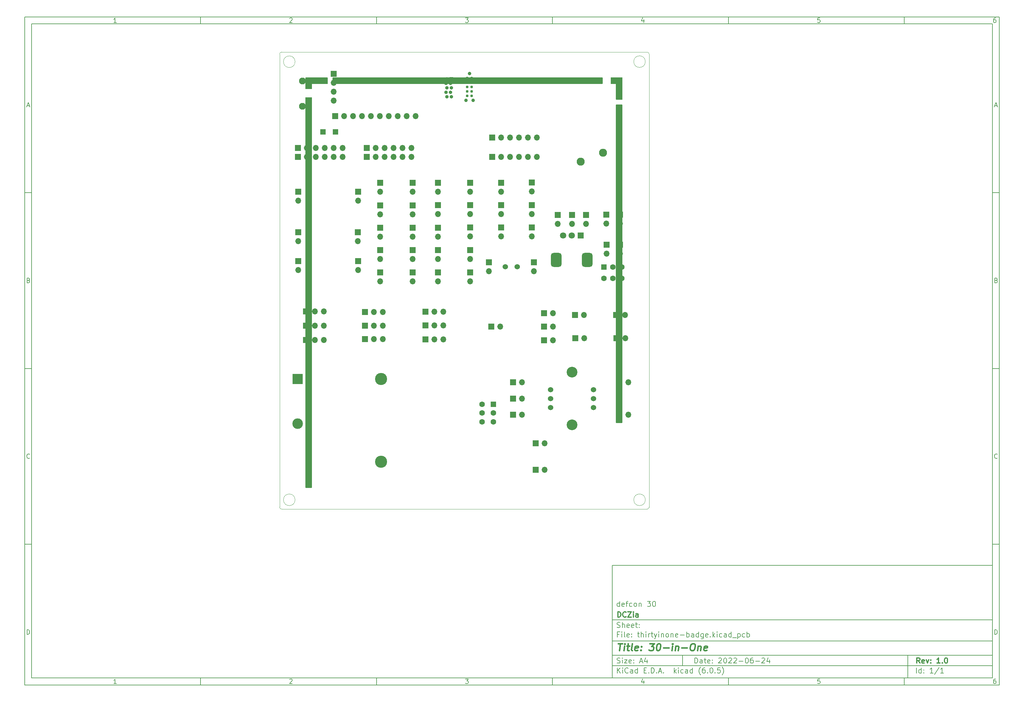
<source format=gbr>
%TF.GenerationSoftware,KiCad,Pcbnew,(6.0.5)*%
%TF.CreationDate,2022-06-24T09:36:34-06:00*%
%TF.ProjectId,thirtyinone-badge,74686972-7479-4696-9e6f-6e652d626164,1.0*%
%TF.SameCoordinates,Original*%
%TF.FileFunction,Soldermask,Bot*%
%TF.FilePolarity,Negative*%
%FSLAX46Y46*%
G04 Gerber Fmt 4.6, Leading zero omitted, Abs format (unit mm)*
G04 Created by KiCad (PCBNEW (6.0.5)) date 2022-06-24 09:36:34*
%MOMM*%
%LPD*%
G01*
G04 APERTURE LIST*
G04 Aperture macros list*
%AMRoundRect*
0 Rectangle with rounded corners*
0 $1 Rounding radius*
0 $2 $3 $4 $5 $6 $7 $8 $9 X,Y pos of 4 corners*
0 Add a 4 corners polygon primitive as box body*
4,1,4,$2,$3,$4,$5,$6,$7,$8,$9,$2,$3,0*
0 Add four circle primitives for the rounded corners*
1,1,$1+$1,$2,$3*
1,1,$1+$1,$4,$5*
1,1,$1+$1,$6,$7*
1,1,$1+$1,$8,$9*
0 Add four rect primitives between the rounded corners*
20,1,$1+$1,$2,$3,$4,$5,0*
20,1,$1+$1,$4,$5,$6,$7,0*
20,1,$1+$1,$6,$7,$8,$9,0*
20,1,$1+$1,$8,$9,$2,$3,0*%
G04 Aperture macros list end*
%ADD10C,0.100000*%
%ADD11C,0.150000*%
%ADD12C,0.300000*%
%ADD13C,0.400000*%
%TA.AperFunction,Profile*%
%ADD14C,0.100000*%
%TD*%
%ADD15C,1.524000*%
%ADD16C,3.048000*%
%ADD17R,1.500000X1.500000*%
%ADD18R,1.700000X1.700000*%
%ADD19O,1.700000X1.700000*%
%ADD20R,1.600000X1.600000*%
%ADD21C,1.600000*%
%ADD22C,3.450000*%
%ADD23R,3.000000X3.000000*%
%ADD24C,3.000000*%
%ADD25C,1.946000*%
%ADD26R,1.800000X1.800000*%
%ADD27C,1.800000*%
%ADD28RoundRect,0.750000X-0.750000X1.250000X-0.750000X-1.250000X0.750000X-1.250000X0.750000X1.250000X0*%
%ADD29C,2.286000*%
%ADD30C,0.985520*%
%ADD31C,0.988060*%
%ADD32C,0.784860*%
%ADD33R,1.000000X1.000000*%
%ADD34O,1.000000X1.000000*%
G04 APERTURE END LIST*
D10*
D11*
X177002200Y-166007200D02*
X177002200Y-198007200D01*
X285002200Y-198007200D01*
X285002200Y-166007200D01*
X177002200Y-166007200D01*
D10*
D11*
X10000000Y-10000000D02*
X10000000Y-200007200D01*
X287002200Y-200007200D01*
X287002200Y-10000000D01*
X10000000Y-10000000D01*
D10*
D11*
X12000000Y-12000000D02*
X12000000Y-198007200D01*
X285002200Y-198007200D01*
X285002200Y-12000000D01*
X12000000Y-12000000D01*
D10*
D11*
X60000000Y-12000000D02*
X60000000Y-10000000D01*
D10*
D11*
X110000000Y-12000000D02*
X110000000Y-10000000D01*
D10*
D11*
X160000000Y-12000000D02*
X160000000Y-10000000D01*
D10*
D11*
X210000000Y-12000000D02*
X210000000Y-10000000D01*
D10*
D11*
X260000000Y-12000000D02*
X260000000Y-10000000D01*
D10*
D11*
X36065476Y-11588095D02*
X35322619Y-11588095D01*
X35694047Y-11588095D02*
X35694047Y-10288095D01*
X35570238Y-10473809D01*
X35446428Y-10597619D01*
X35322619Y-10659523D01*
D10*
D11*
X85322619Y-10411904D02*
X85384523Y-10350000D01*
X85508333Y-10288095D01*
X85817857Y-10288095D01*
X85941666Y-10350000D01*
X86003571Y-10411904D01*
X86065476Y-10535714D01*
X86065476Y-10659523D01*
X86003571Y-10845238D01*
X85260714Y-11588095D01*
X86065476Y-11588095D01*
D10*
D11*
X135260714Y-10288095D02*
X136065476Y-10288095D01*
X135632142Y-10783333D01*
X135817857Y-10783333D01*
X135941666Y-10845238D01*
X136003571Y-10907142D01*
X136065476Y-11030952D01*
X136065476Y-11340476D01*
X136003571Y-11464285D01*
X135941666Y-11526190D01*
X135817857Y-11588095D01*
X135446428Y-11588095D01*
X135322619Y-11526190D01*
X135260714Y-11464285D01*
D10*
D11*
X185941666Y-10721428D02*
X185941666Y-11588095D01*
X185632142Y-10226190D02*
X185322619Y-11154761D01*
X186127380Y-11154761D01*
D10*
D11*
X236003571Y-10288095D02*
X235384523Y-10288095D01*
X235322619Y-10907142D01*
X235384523Y-10845238D01*
X235508333Y-10783333D01*
X235817857Y-10783333D01*
X235941666Y-10845238D01*
X236003571Y-10907142D01*
X236065476Y-11030952D01*
X236065476Y-11340476D01*
X236003571Y-11464285D01*
X235941666Y-11526190D01*
X235817857Y-11588095D01*
X235508333Y-11588095D01*
X235384523Y-11526190D01*
X235322619Y-11464285D01*
D10*
D11*
X285941666Y-10288095D02*
X285694047Y-10288095D01*
X285570238Y-10350000D01*
X285508333Y-10411904D01*
X285384523Y-10597619D01*
X285322619Y-10845238D01*
X285322619Y-11340476D01*
X285384523Y-11464285D01*
X285446428Y-11526190D01*
X285570238Y-11588095D01*
X285817857Y-11588095D01*
X285941666Y-11526190D01*
X286003571Y-11464285D01*
X286065476Y-11340476D01*
X286065476Y-11030952D01*
X286003571Y-10907142D01*
X285941666Y-10845238D01*
X285817857Y-10783333D01*
X285570238Y-10783333D01*
X285446428Y-10845238D01*
X285384523Y-10907142D01*
X285322619Y-11030952D01*
D10*
D11*
X60000000Y-198007200D02*
X60000000Y-200007200D01*
D10*
D11*
X110000000Y-198007200D02*
X110000000Y-200007200D01*
D10*
D11*
X160000000Y-198007200D02*
X160000000Y-200007200D01*
D10*
D11*
X210000000Y-198007200D02*
X210000000Y-200007200D01*
D10*
D11*
X260000000Y-198007200D02*
X260000000Y-200007200D01*
D10*
D11*
X36065476Y-199595295D02*
X35322619Y-199595295D01*
X35694047Y-199595295D02*
X35694047Y-198295295D01*
X35570238Y-198481009D01*
X35446428Y-198604819D01*
X35322619Y-198666723D01*
D10*
D11*
X85322619Y-198419104D02*
X85384523Y-198357200D01*
X85508333Y-198295295D01*
X85817857Y-198295295D01*
X85941666Y-198357200D01*
X86003571Y-198419104D01*
X86065476Y-198542914D01*
X86065476Y-198666723D01*
X86003571Y-198852438D01*
X85260714Y-199595295D01*
X86065476Y-199595295D01*
D10*
D11*
X135260714Y-198295295D02*
X136065476Y-198295295D01*
X135632142Y-198790533D01*
X135817857Y-198790533D01*
X135941666Y-198852438D01*
X136003571Y-198914342D01*
X136065476Y-199038152D01*
X136065476Y-199347676D01*
X136003571Y-199471485D01*
X135941666Y-199533390D01*
X135817857Y-199595295D01*
X135446428Y-199595295D01*
X135322619Y-199533390D01*
X135260714Y-199471485D01*
D10*
D11*
X185941666Y-198728628D02*
X185941666Y-199595295D01*
X185632142Y-198233390D02*
X185322619Y-199161961D01*
X186127380Y-199161961D01*
D10*
D11*
X236003571Y-198295295D02*
X235384523Y-198295295D01*
X235322619Y-198914342D01*
X235384523Y-198852438D01*
X235508333Y-198790533D01*
X235817857Y-198790533D01*
X235941666Y-198852438D01*
X236003571Y-198914342D01*
X236065476Y-199038152D01*
X236065476Y-199347676D01*
X236003571Y-199471485D01*
X235941666Y-199533390D01*
X235817857Y-199595295D01*
X235508333Y-199595295D01*
X235384523Y-199533390D01*
X235322619Y-199471485D01*
D10*
D11*
X285941666Y-198295295D02*
X285694047Y-198295295D01*
X285570238Y-198357200D01*
X285508333Y-198419104D01*
X285384523Y-198604819D01*
X285322619Y-198852438D01*
X285322619Y-199347676D01*
X285384523Y-199471485D01*
X285446428Y-199533390D01*
X285570238Y-199595295D01*
X285817857Y-199595295D01*
X285941666Y-199533390D01*
X286003571Y-199471485D01*
X286065476Y-199347676D01*
X286065476Y-199038152D01*
X286003571Y-198914342D01*
X285941666Y-198852438D01*
X285817857Y-198790533D01*
X285570238Y-198790533D01*
X285446428Y-198852438D01*
X285384523Y-198914342D01*
X285322619Y-199038152D01*
D10*
D11*
X10000000Y-60000000D02*
X12000000Y-60000000D01*
D10*
D11*
X10000000Y-110000000D02*
X12000000Y-110000000D01*
D10*
D11*
X10000000Y-160000000D02*
X12000000Y-160000000D01*
D10*
D11*
X10690476Y-35216666D02*
X11309523Y-35216666D01*
X10566666Y-35588095D02*
X11000000Y-34288095D01*
X11433333Y-35588095D01*
D10*
D11*
X11092857Y-84907142D02*
X11278571Y-84969047D01*
X11340476Y-85030952D01*
X11402380Y-85154761D01*
X11402380Y-85340476D01*
X11340476Y-85464285D01*
X11278571Y-85526190D01*
X11154761Y-85588095D01*
X10659523Y-85588095D01*
X10659523Y-84288095D01*
X11092857Y-84288095D01*
X11216666Y-84350000D01*
X11278571Y-84411904D01*
X11340476Y-84535714D01*
X11340476Y-84659523D01*
X11278571Y-84783333D01*
X11216666Y-84845238D01*
X11092857Y-84907142D01*
X10659523Y-84907142D01*
D10*
D11*
X11402380Y-135464285D02*
X11340476Y-135526190D01*
X11154761Y-135588095D01*
X11030952Y-135588095D01*
X10845238Y-135526190D01*
X10721428Y-135402380D01*
X10659523Y-135278571D01*
X10597619Y-135030952D01*
X10597619Y-134845238D01*
X10659523Y-134597619D01*
X10721428Y-134473809D01*
X10845238Y-134350000D01*
X11030952Y-134288095D01*
X11154761Y-134288095D01*
X11340476Y-134350000D01*
X11402380Y-134411904D01*
D10*
D11*
X10659523Y-185588095D02*
X10659523Y-184288095D01*
X10969047Y-184288095D01*
X11154761Y-184350000D01*
X11278571Y-184473809D01*
X11340476Y-184597619D01*
X11402380Y-184845238D01*
X11402380Y-185030952D01*
X11340476Y-185278571D01*
X11278571Y-185402380D01*
X11154761Y-185526190D01*
X10969047Y-185588095D01*
X10659523Y-185588095D01*
D10*
D11*
X287002200Y-60000000D02*
X285002200Y-60000000D01*
D10*
D11*
X287002200Y-110000000D02*
X285002200Y-110000000D01*
D10*
D11*
X287002200Y-160000000D02*
X285002200Y-160000000D01*
D10*
D11*
X285692676Y-35216666D02*
X286311723Y-35216666D01*
X285568866Y-35588095D02*
X286002200Y-34288095D01*
X286435533Y-35588095D01*
D10*
D11*
X286095057Y-84907142D02*
X286280771Y-84969047D01*
X286342676Y-85030952D01*
X286404580Y-85154761D01*
X286404580Y-85340476D01*
X286342676Y-85464285D01*
X286280771Y-85526190D01*
X286156961Y-85588095D01*
X285661723Y-85588095D01*
X285661723Y-84288095D01*
X286095057Y-84288095D01*
X286218866Y-84350000D01*
X286280771Y-84411904D01*
X286342676Y-84535714D01*
X286342676Y-84659523D01*
X286280771Y-84783333D01*
X286218866Y-84845238D01*
X286095057Y-84907142D01*
X285661723Y-84907142D01*
D10*
D11*
X286404580Y-135464285D02*
X286342676Y-135526190D01*
X286156961Y-135588095D01*
X286033152Y-135588095D01*
X285847438Y-135526190D01*
X285723628Y-135402380D01*
X285661723Y-135278571D01*
X285599819Y-135030952D01*
X285599819Y-134845238D01*
X285661723Y-134597619D01*
X285723628Y-134473809D01*
X285847438Y-134350000D01*
X286033152Y-134288095D01*
X286156961Y-134288095D01*
X286342676Y-134350000D01*
X286404580Y-134411904D01*
D10*
D11*
X285661723Y-185588095D02*
X285661723Y-184288095D01*
X285971247Y-184288095D01*
X286156961Y-184350000D01*
X286280771Y-184473809D01*
X286342676Y-184597619D01*
X286404580Y-184845238D01*
X286404580Y-185030952D01*
X286342676Y-185278571D01*
X286280771Y-185402380D01*
X286156961Y-185526190D01*
X285971247Y-185588095D01*
X285661723Y-185588095D01*
D10*
D11*
X200434342Y-193785771D02*
X200434342Y-192285771D01*
X200791485Y-192285771D01*
X201005771Y-192357200D01*
X201148628Y-192500057D01*
X201220057Y-192642914D01*
X201291485Y-192928628D01*
X201291485Y-193142914D01*
X201220057Y-193428628D01*
X201148628Y-193571485D01*
X201005771Y-193714342D01*
X200791485Y-193785771D01*
X200434342Y-193785771D01*
X202577200Y-193785771D02*
X202577200Y-193000057D01*
X202505771Y-192857200D01*
X202362914Y-192785771D01*
X202077200Y-192785771D01*
X201934342Y-192857200D01*
X202577200Y-193714342D02*
X202434342Y-193785771D01*
X202077200Y-193785771D01*
X201934342Y-193714342D01*
X201862914Y-193571485D01*
X201862914Y-193428628D01*
X201934342Y-193285771D01*
X202077200Y-193214342D01*
X202434342Y-193214342D01*
X202577200Y-193142914D01*
X203077200Y-192785771D02*
X203648628Y-192785771D01*
X203291485Y-192285771D02*
X203291485Y-193571485D01*
X203362914Y-193714342D01*
X203505771Y-193785771D01*
X203648628Y-193785771D01*
X204720057Y-193714342D02*
X204577200Y-193785771D01*
X204291485Y-193785771D01*
X204148628Y-193714342D01*
X204077200Y-193571485D01*
X204077200Y-193000057D01*
X204148628Y-192857200D01*
X204291485Y-192785771D01*
X204577200Y-192785771D01*
X204720057Y-192857200D01*
X204791485Y-193000057D01*
X204791485Y-193142914D01*
X204077200Y-193285771D01*
X205434342Y-193642914D02*
X205505771Y-193714342D01*
X205434342Y-193785771D01*
X205362914Y-193714342D01*
X205434342Y-193642914D01*
X205434342Y-193785771D01*
X205434342Y-192857200D02*
X205505771Y-192928628D01*
X205434342Y-193000057D01*
X205362914Y-192928628D01*
X205434342Y-192857200D01*
X205434342Y-193000057D01*
X207220057Y-192428628D02*
X207291485Y-192357200D01*
X207434342Y-192285771D01*
X207791485Y-192285771D01*
X207934342Y-192357200D01*
X208005771Y-192428628D01*
X208077200Y-192571485D01*
X208077200Y-192714342D01*
X208005771Y-192928628D01*
X207148628Y-193785771D01*
X208077200Y-193785771D01*
X209005771Y-192285771D02*
X209148628Y-192285771D01*
X209291485Y-192357200D01*
X209362914Y-192428628D01*
X209434342Y-192571485D01*
X209505771Y-192857200D01*
X209505771Y-193214342D01*
X209434342Y-193500057D01*
X209362914Y-193642914D01*
X209291485Y-193714342D01*
X209148628Y-193785771D01*
X209005771Y-193785771D01*
X208862914Y-193714342D01*
X208791485Y-193642914D01*
X208720057Y-193500057D01*
X208648628Y-193214342D01*
X208648628Y-192857200D01*
X208720057Y-192571485D01*
X208791485Y-192428628D01*
X208862914Y-192357200D01*
X209005771Y-192285771D01*
X210077200Y-192428628D02*
X210148628Y-192357200D01*
X210291485Y-192285771D01*
X210648628Y-192285771D01*
X210791485Y-192357200D01*
X210862914Y-192428628D01*
X210934342Y-192571485D01*
X210934342Y-192714342D01*
X210862914Y-192928628D01*
X210005771Y-193785771D01*
X210934342Y-193785771D01*
X211505771Y-192428628D02*
X211577200Y-192357200D01*
X211720057Y-192285771D01*
X212077200Y-192285771D01*
X212220057Y-192357200D01*
X212291485Y-192428628D01*
X212362914Y-192571485D01*
X212362914Y-192714342D01*
X212291485Y-192928628D01*
X211434342Y-193785771D01*
X212362914Y-193785771D01*
X213005771Y-193214342D02*
X214148628Y-193214342D01*
X215148628Y-192285771D02*
X215291485Y-192285771D01*
X215434342Y-192357200D01*
X215505771Y-192428628D01*
X215577200Y-192571485D01*
X215648628Y-192857200D01*
X215648628Y-193214342D01*
X215577200Y-193500057D01*
X215505771Y-193642914D01*
X215434342Y-193714342D01*
X215291485Y-193785771D01*
X215148628Y-193785771D01*
X215005771Y-193714342D01*
X214934342Y-193642914D01*
X214862914Y-193500057D01*
X214791485Y-193214342D01*
X214791485Y-192857200D01*
X214862914Y-192571485D01*
X214934342Y-192428628D01*
X215005771Y-192357200D01*
X215148628Y-192285771D01*
X216934342Y-192285771D02*
X216648628Y-192285771D01*
X216505771Y-192357200D01*
X216434342Y-192428628D01*
X216291485Y-192642914D01*
X216220057Y-192928628D01*
X216220057Y-193500057D01*
X216291485Y-193642914D01*
X216362914Y-193714342D01*
X216505771Y-193785771D01*
X216791485Y-193785771D01*
X216934342Y-193714342D01*
X217005771Y-193642914D01*
X217077200Y-193500057D01*
X217077200Y-193142914D01*
X217005771Y-193000057D01*
X216934342Y-192928628D01*
X216791485Y-192857200D01*
X216505771Y-192857200D01*
X216362914Y-192928628D01*
X216291485Y-193000057D01*
X216220057Y-193142914D01*
X217720057Y-193214342D02*
X218862914Y-193214342D01*
X219505771Y-192428628D02*
X219577200Y-192357200D01*
X219720057Y-192285771D01*
X220077200Y-192285771D01*
X220220057Y-192357200D01*
X220291485Y-192428628D01*
X220362914Y-192571485D01*
X220362914Y-192714342D01*
X220291485Y-192928628D01*
X219434342Y-193785771D01*
X220362914Y-193785771D01*
X221648628Y-192785771D02*
X221648628Y-193785771D01*
X221291485Y-192214342D02*
X220934342Y-193285771D01*
X221862914Y-193285771D01*
D10*
D11*
X177002200Y-194507200D02*
X285002200Y-194507200D01*
D10*
D11*
X178434342Y-196585771D02*
X178434342Y-195085771D01*
X179291485Y-196585771D02*
X178648628Y-195728628D01*
X179291485Y-195085771D02*
X178434342Y-195942914D01*
X179934342Y-196585771D02*
X179934342Y-195585771D01*
X179934342Y-195085771D02*
X179862914Y-195157200D01*
X179934342Y-195228628D01*
X180005771Y-195157200D01*
X179934342Y-195085771D01*
X179934342Y-195228628D01*
X181505771Y-196442914D02*
X181434342Y-196514342D01*
X181220057Y-196585771D01*
X181077200Y-196585771D01*
X180862914Y-196514342D01*
X180720057Y-196371485D01*
X180648628Y-196228628D01*
X180577200Y-195942914D01*
X180577200Y-195728628D01*
X180648628Y-195442914D01*
X180720057Y-195300057D01*
X180862914Y-195157200D01*
X181077200Y-195085771D01*
X181220057Y-195085771D01*
X181434342Y-195157200D01*
X181505771Y-195228628D01*
X182791485Y-196585771D02*
X182791485Y-195800057D01*
X182720057Y-195657200D01*
X182577200Y-195585771D01*
X182291485Y-195585771D01*
X182148628Y-195657200D01*
X182791485Y-196514342D02*
X182648628Y-196585771D01*
X182291485Y-196585771D01*
X182148628Y-196514342D01*
X182077200Y-196371485D01*
X182077200Y-196228628D01*
X182148628Y-196085771D01*
X182291485Y-196014342D01*
X182648628Y-196014342D01*
X182791485Y-195942914D01*
X184148628Y-196585771D02*
X184148628Y-195085771D01*
X184148628Y-196514342D02*
X184005771Y-196585771D01*
X183720057Y-196585771D01*
X183577200Y-196514342D01*
X183505771Y-196442914D01*
X183434342Y-196300057D01*
X183434342Y-195871485D01*
X183505771Y-195728628D01*
X183577200Y-195657200D01*
X183720057Y-195585771D01*
X184005771Y-195585771D01*
X184148628Y-195657200D01*
X186005771Y-195800057D02*
X186505771Y-195800057D01*
X186720057Y-196585771D02*
X186005771Y-196585771D01*
X186005771Y-195085771D01*
X186720057Y-195085771D01*
X187362914Y-196442914D02*
X187434342Y-196514342D01*
X187362914Y-196585771D01*
X187291485Y-196514342D01*
X187362914Y-196442914D01*
X187362914Y-196585771D01*
X188077200Y-196585771D02*
X188077200Y-195085771D01*
X188434342Y-195085771D01*
X188648628Y-195157200D01*
X188791485Y-195300057D01*
X188862914Y-195442914D01*
X188934342Y-195728628D01*
X188934342Y-195942914D01*
X188862914Y-196228628D01*
X188791485Y-196371485D01*
X188648628Y-196514342D01*
X188434342Y-196585771D01*
X188077200Y-196585771D01*
X189577200Y-196442914D02*
X189648628Y-196514342D01*
X189577200Y-196585771D01*
X189505771Y-196514342D01*
X189577200Y-196442914D01*
X189577200Y-196585771D01*
X190220057Y-196157200D02*
X190934342Y-196157200D01*
X190077200Y-196585771D02*
X190577200Y-195085771D01*
X191077200Y-196585771D01*
X191577200Y-196442914D02*
X191648628Y-196514342D01*
X191577200Y-196585771D01*
X191505771Y-196514342D01*
X191577200Y-196442914D01*
X191577200Y-196585771D01*
X194577200Y-196585771D02*
X194577200Y-195085771D01*
X194720057Y-196014342D02*
X195148628Y-196585771D01*
X195148628Y-195585771D02*
X194577200Y-196157200D01*
X195791485Y-196585771D02*
X195791485Y-195585771D01*
X195791485Y-195085771D02*
X195720057Y-195157200D01*
X195791485Y-195228628D01*
X195862914Y-195157200D01*
X195791485Y-195085771D01*
X195791485Y-195228628D01*
X197148628Y-196514342D02*
X197005771Y-196585771D01*
X196720057Y-196585771D01*
X196577200Y-196514342D01*
X196505771Y-196442914D01*
X196434342Y-196300057D01*
X196434342Y-195871485D01*
X196505771Y-195728628D01*
X196577200Y-195657200D01*
X196720057Y-195585771D01*
X197005771Y-195585771D01*
X197148628Y-195657200D01*
X198434342Y-196585771D02*
X198434342Y-195800057D01*
X198362914Y-195657200D01*
X198220057Y-195585771D01*
X197934342Y-195585771D01*
X197791485Y-195657200D01*
X198434342Y-196514342D02*
X198291485Y-196585771D01*
X197934342Y-196585771D01*
X197791485Y-196514342D01*
X197720057Y-196371485D01*
X197720057Y-196228628D01*
X197791485Y-196085771D01*
X197934342Y-196014342D01*
X198291485Y-196014342D01*
X198434342Y-195942914D01*
X199791485Y-196585771D02*
X199791485Y-195085771D01*
X199791485Y-196514342D02*
X199648628Y-196585771D01*
X199362914Y-196585771D01*
X199220057Y-196514342D01*
X199148628Y-196442914D01*
X199077200Y-196300057D01*
X199077200Y-195871485D01*
X199148628Y-195728628D01*
X199220057Y-195657200D01*
X199362914Y-195585771D01*
X199648628Y-195585771D01*
X199791485Y-195657200D01*
X202077200Y-197157200D02*
X202005771Y-197085771D01*
X201862914Y-196871485D01*
X201791485Y-196728628D01*
X201720057Y-196514342D01*
X201648628Y-196157200D01*
X201648628Y-195871485D01*
X201720057Y-195514342D01*
X201791485Y-195300057D01*
X201862914Y-195157200D01*
X202005771Y-194942914D01*
X202077200Y-194871485D01*
X203291485Y-195085771D02*
X203005771Y-195085771D01*
X202862914Y-195157200D01*
X202791485Y-195228628D01*
X202648628Y-195442914D01*
X202577200Y-195728628D01*
X202577200Y-196300057D01*
X202648628Y-196442914D01*
X202720057Y-196514342D01*
X202862914Y-196585771D01*
X203148628Y-196585771D01*
X203291485Y-196514342D01*
X203362914Y-196442914D01*
X203434342Y-196300057D01*
X203434342Y-195942914D01*
X203362914Y-195800057D01*
X203291485Y-195728628D01*
X203148628Y-195657200D01*
X202862914Y-195657200D01*
X202720057Y-195728628D01*
X202648628Y-195800057D01*
X202577200Y-195942914D01*
X204077200Y-196442914D02*
X204148628Y-196514342D01*
X204077200Y-196585771D01*
X204005771Y-196514342D01*
X204077200Y-196442914D01*
X204077200Y-196585771D01*
X205077200Y-195085771D02*
X205220057Y-195085771D01*
X205362914Y-195157200D01*
X205434342Y-195228628D01*
X205505771Y-195371485D01*
X205577200Y-195657200D01*
X205577200Y-196014342D01*
X205505771Y-196300057D01*
X205434342Y-196442914D01*
X205362914Y-196514342D01*
X205220057Y-196585771D01*
X205077200Y-196585771D01*
X204934342Y-196514342D01*
X204862914Y-196442914D01*
X204791485Y-196300057D01*
X204720057Y-196014342D01*
X204720057Y-195657200D01*
X204791485Y-195371485D01*
X204862914Y-195228628D01*
X204934342Y-195157200D01*
X205077200Y-195085771D01*
X206220057Y-196442914D02*
X206291485Y-196514342D01*
X206220057Y-196585771D01*
X206148628Y-196514342D01*
X206220057Y-196442914D01*
X206220057Y-196585771D01*
X207648628Y-195085771D02*
X206934342Y-195085771D01*
X206862914Y-195800057D01*
X206934342Y-195728628D01*
X207077200Y-195657200D01*
X207434342Y-195657200D01*
X207577200Y-195728628D01*
X207648628Y-195800057D01*
X207720057Y-195942914D01*
X207720057Y-196300057D01*
X207648628Y-196442914D01*
X207577200Y-196514342D01*
X207434342Y-196585771D01*
X207077200Y-196585771D01*
X206934342Y-196514342D01*
X206862914Y-196442914D01*
X208220057Y-197157200D02*
X208291485Y-197085771D01*
X208434342Y-196871485D01*
X208505771Y-196728628D01*
X208577200Y-196514342D01*
X208648628Y-196157200D01*
X208648628Y-195871485D01*
X208577200Y-195514342D01*
X208505771Y-195300057D01*
X208434342Y-195157200D01*
X208291485Y-194942914D01*
X208220057Y-194871485D01*
D10*
D11*
X177002200Y-191507200D02*
X285002200Y-191507200D01*
D10*
D12*
X264411485Y-193785771D02*
X263911485Y-193071485D01*
X263554342Y-193785771D02*
X263554342Y-192285771D01*
X264125771Y-192285771D01*
X264268628Y-192357200D01*
X264340057Y-192428628D01*
X264411485Y-192571485D01*
X264411485Y-192785771D01*
X264340057Y-192928628D01*
X264268628Y-193000057D01*
X264125771Y-193071485D01*
X263554342Y-193071485D01*
X265625771Y-193714342D02*
X265482914Y-193785771D01*
X265197200Y-193785771D01*
X265054342Y-193714342D01*
X264982914Y-193571485D01*
X264982914Y-193000057D01*
X265054342Y-192857200D01*
X265197200Y-192785771D01*
X265482914Y-192785771D01*
X265625771Y-192857200D01*
X265697200Y-193000057D01*
X265697200Y-193142914D01*
X264982914Y-193285771D01*
X266197200Y-192785771D02*
X266554342Y-193785771D01*
X266911485Y-192785771D01*
X267482914Y-193642914D02*
X267554342Y-193714342D01*
X267482914Y-193785771D01*
X267411485Y-193714342D01*
X267482914Y-193642914D01*
X267482914Y-193785771D01*
X267482914Y-192857200D02*
X267554342Y-192928628D01*
X267482914Y-193000057D01*
X267411485Y-192928628D01*
X267482914Y-192857200D01*
X267482914Y-193000057D01*
X270125771Y-193785771D02*
X269268628Y-193785771D01*
X269697200Y-193785771D02*
X269697200Y-192285771D01*
X269554342Y-192500057D01*
X269411485Y-192642914D01*
X269268628Y-192714342D01*
X270768628Y-193642914D02*
X270840057Y-193714342D01*
X270768628Y-193785771D01*
X270697200Y-193714342D01*
X270768628Y-193642914D01*
X270768628Y-193785771D01*
X271768628Y-192285771D02*
X271911485Y-192285771D01*
X272054342Y-192357200D01*
X272125771Y-192428628D01*
X272197200Y-192571485D01*
X272268628Y-192857200D01*
X272268628Y-193214342D01*
X272197200Y-193500057D01*
X272125771Y-193642914D01*
X272054342Y-193714342D01*
X271911485Y-193785771D01*
X271768628Y-193785771D01*
X271625771Y-193714342D01*
X271554342Y-193642914D01*
X271482914Y-193500057D01*
X271411485Y-193214342D01*
X271411485Y-192857200D01*
X271482914Y-192571485D01*
X271554342Y-192428628D01*
X271625771Y-192357200D01*
X271768628Y-192285771D01*
D10*
D11*
X178362914Y-193714342D02*
X178577200Y-193785771D01*
X178934342Y-193785771D01*
X179077200Y-193714342D01*
X179148628Y-193642914D01*
X179220057Y-193500057D01*
X179220057Y-193357200D01*
X179148628Y-193214342D01*
X179077200Y-193142914D01*
X178934342Y-193071485D01*
X178648628Y-193000057D01*
X178505771Y-192928628D01*
X178434342Y-192857200D01*
X178362914Y-192714342D01*
X178362914Y-192571485D01*
X178434342Y-192428628D01*
X178505771Y-192357200D01*
X178648628Y-192285771D01*
X179005771Y-192285771D01*
X179220057Y-192357200D01*
X179862914Y-193785771D02*
X179862914Y-192785771D01*
X179862914Y-192285771D02*
X179791485Y-192357200D01*
X179862914Y-192428628D01*
X179934342Y-192357200D01*
X179862914Y-192285771D01*
X179862914Y-192428628D01*
X180434342Y-192785771D02*
X181220057Y-192785771D01*
X180434342Y-193785771D01*
X181220057Y-193785771D01*
X182362914Y-193714342D02*
X182220057Y-193785771D01*
X181934342Y-193785771D01*
X181791485Y-193714342D01*
X181720057Y-193571485D01*
X181720057Y-193000057D01*
X181791485Y-192857200D01*
X181934342Y-192785771D01*
X182220057Y-192785771D01*
X182362914Y-192857200D01*
X182434342Y-193000057D01*
X182434342Y-193142914D01*
X181720057Y-193285771D01*
X183077200Y-193642914D02*
X183148628Y-193714342D01*
X183077200Y-193785771D01*
X183005771Y-193714342D01*
X183077200Y-193642914D01*
X183077200Y-193785771D01*
X183077200Y-192857200D02*
X183148628Y-192928628D01*
X183077200Y-193000057D01*
X183005771Y-192928628D01*
X183077200Y-192857200D01*
X183077200Y-193000057D01*
X184862914Y-193357200D02*
X185577200Y-193357200D01*
X184720057Y-193785771D02*
X185220057Y-192285771D01*
X185720057Y-193785771D01*
X186862914Y-192785771D02*
X186862914Y-193785771D01*
X186505771Y-192214342D02*
X186148628Y-193285771D01*
X187077200Y-193285771D01*
D10*
D11*
X263434342Y-196585771D02*
X263434342Y-195085771D01*
X264791485Y-196585771D02*
X264791485Y-195085771D01*
X264791485Y-196514342D02*
X264648628Y-196585771D01*
X264362914Y-196585771D01*
X264220057Y-196514342D01*
X264148628Y-196442914D01*
X264077200Y-196300057D01*
X264077200Y-195871485D01*
X264148628Y-195728628D01*
X264220057Y-195657200D01*
X264362914Y-195585771D01*
X264648628Y-195585771D01*
X264791485Y-195657200D01*
X265505771Y-196442914D02*
X265577200Y-196514342D01*
X265505771Y-196585771D01*
X265434342Y-196514342D01*
X265505771Y-196442914D01*
X265505771Y-196585771D01*
X265505771Y-195657200D02*
X265577200Y-195728628D01*
X265505771Y-195800057D01*
X265434342Y-195728628D01*
X265505771Y-195657200D01*
X265505771Y-195800057D01*
X268148628Y-196585771D02*
X267291485Y-196585771D01*
X267720057Y-196585771D02*
X267720057Y-195085771D01*
X267577200Y-195300057D01*
X267434342Y-195442914D01*
X267291485Y-195514342D01*
X269862914Y-195014342D02*
X268577200Y-196942914D01*
X271148628Y-196585771D02*
X270291485Y-196585771D01*
X270720057Y-196585771D02*
X270720057Y-195085771D01*
X270577200Y-195300057D01*
X270434342Y-195442914D01*
X270291485Y-195514342D01*
D10*
D11*
X177002200Y-187507200D02*
X285002200Y-187507200D01*
D10*
D13*
X178714580Y-188211961D02*
X179857438Y-188211961D01*
X179036009Y-190211961D02*
X179286009Y-188211961D01*
X180274104Y-190211961D02*
X180440771Y-188878628D01*
X180524104Y-188211961D02*
X180416961Y-188307200D01*
X180500295Y-188402438D01*
X180607438Y-188307200D01*
X180524104Y-188211961D01*
X180500295Y-188402438D01*
X181107438Y-188878628D02*
X181869342Y-188878628D01*
X181476485Y-188211961D02*
X181262200Y-189926247D01*
X181333628Y-190116723D01*
X181512200Y-190211961D01*
X181702676Y-190211961D01*
X182655057Y-190211961D02*
X182476485Y-190116723D01*
X182405057Y-189926247D01*
X182619342Y-188211961D01*
X184190771Y-190116723D02*
X183988390Y-190211961D01*
X183607438Y-190211961D01*
X183428866Y-190116723D01*
X183357438Y-189926247D01*
X183452676Y-189164342D01*
X183571723Y-188973866D01*
X183774104Y-188878628D01*
X184155057Y-188878628D01*
X184333628Y-188973866D01*
X184405057Y-189164342D01*
X184381247Y-189354819D01*
X183405057Y-189545295D01*
X185155057Y-190021485D02*
X185238390Y-190116723D01*
X185131247Y-190211961D01*
X185047914Y-190116723D01*
X185155057Y-190021485D01*
X185131247Y-190211961D01*
X185286009Y-188973866D02*
X185369342Y-189069104D01*
X185262200Y-189164342D01*
X185178866Y-189069104D01*
X185286009Y-188973866D01*
X185262200Y-189164342D01*
X187666961Y-188211961D02*
X188905057Y-188211961D01*
X188143152Y-188973866D01*
X188428866Y-188973866D01*
X188607438Y-189069104D01*
X188690771Y-189164342D01*
X188762200Y-189354819D01*
X188702676Y-189831009D01*
X188583628Y-190021485D01*
X188476485Y-190116723D01*
X188274104Y-190211961D01*
X187702676Y-190211961D01*
X187524104Y-190116723D01*
X187440771Y-190021485D01*
X190143152Y-188211961D02*
X190333628Y-188211961D01*
X190512200Y-188307200D01*
X190595533Y-188402438D01*
X190666961Y-188592914D01*
X190714580Y-188973866D01*
X190655057Y-189450057D01*
X190512200Y-189831009D01*
X190393152Y-190021485D01*
X190286009Y-190116723D01*
X190083628Y-190211961D01*
X189893152Y-190211961D01*
X189714580Y-190116723D01*
X189631247Y-190021485D01*
X189559819Y-189831009D01*
X189512200Y-189450057D01*
X189571723Y-188973866D01*
X189714580Y-188592914D01*
X189833628Y-188402438D01*
X189940771Y-188307200D01*
X190143152Y-188211961D01*
X191512200Y-189450057D02*
X193036009Y-189450057D01*
X193893152Y-190211961D02*
X194059819Y-188878628D01*
X194143152Y-188211961D02*
X194036009Y-188307200D01*
X194119342Y-188402438D01*
X194226485Y-188307200D01*
X194143152Y-188211961D01*
X194119342Y-188402438D01*
X195012200Y-188878628D02*
X194845533Y-190211961D01*
X194988390Y-189069104D02*
X195095533Y-188973866D01*
X195297914Y-188878628D01*
X195583628Y-188878628D01*
X195762200Y-188973866D01*
X195833628Y-189164342D01*
X195702676Y-190211961D01*
X196750295Y-189450057D02*
X198274104Y-189450057D01*
X199762200Y-188211961D02*
X200143152Y-188211961D01*
X200321723Y-188307200D01*
X200488390Y-188497676D01*
X200536009Y-188878628D01*
X200452676Y-189545295D01*
X200309819Y-189926247D01*
X200095533Y-190116723D01*
X199893152Y-190211961D01*
X199512200Y-190211961D01*
X199333628Y-190116723D01*
X199166961Y-189926247D01*
X199119342Y-189545295D01*
X199202676Y-188878628D01*
X199345533Y-188497676D01*
X199559819Y-188307200D01*
X199762200Y-188211961D01*
X201393152Y-188878628D02*
X201226485Y-190211961D01*
X201369342Y-189069104D02*
X201476485Y-188973866D01*
X201678866Y-188878628D01*
X201964580Y-188878628D01*
X202143152Y-188973866D01*
X202214580Y-189164342D01*
X202083628Y-190211961D01*
X203809819Y-190116723D02*
X203607438Y-190211961D01*
X203226485Y-190211961D01*
X203047914Y-190116723D01*
X202976485Y-189926247D01*
X203071723Y-189164342D01*
X203190771Y-188973866D01*
X203393152Y-188878628D01*
X203774104Y-188878628D01*
X203952676Y-188973866D01*
X204024104Y-189164342D01*
X204000295Y-189354819D01*
X203024104Y-189545295D01*
D10*
D11*
X178934342Y-185600057D02*
X178434342Y-185600057D01*
X178434342Y-186385771D02*
X178434342Y-184885771D01*
X179148628Y-184885771D01*
X179720057Y-186385771D02*
X179720057Y-185385771D01*
X179720057Y-184885771D02*
X179648628Y-184957200D01*
X179720057Y-185028628D01*
X179791485Y-184957200D01*
X179720057Y-184885771D01*
X179720057Y-185028628D01*
X180648628Y-186385771D02*
X180505771Y-186314342D01*
X180434342Y-186171485D01*
X180434342Y-184885771D01*
X181791485Y-186314342D02*
X181648628Y-186385771D01*
X181362914Y-186385771D01*
X181220057Y-186314342D01*
X181148628Y-186171485D01*
X181148628Y-185600057D01*
X181220057Y-185457200D01*
X181362914Y-185385771D01*
X181648628Y-185385771D01*
X181791485Y-185457200D01*
X181862914Y-185600057D01*
X181862914Y-185742914D01*
X181148628Y-185885771D01*
X182505771Y-186242914D02*
X182577200Y-186314342D01*
X182505771Y-186385771D01*
X182434342Y-186314342D01*
X182505771Y-186242914D01*
X182505771Y-186385771D01*
X182505771Y-185457200D02*
X182577200Y-185528628D01*
X182505771Y-185600057D01*
X182434342Y-185528628D01*
X182505771Y-185457200D01*
X182505771Y-185600057D01*
X184148628Y-185385771D02*
X184720057Y-185385771D01*
X184362914Y-184885771D02*
X184362914Y-186171485D01*
X184434342Y-186314342D01*
X184577200Y-186385771D01*
X184720057Y-186385771D01*
X185220057Y-186385771D02*
X185220057Y-184885771D01*
X185862914Y-186385771D02*
X185862914Y-185600057D01*
X185791485Y-185457200D01*
X185648628Y-185385771D01*
X185434342Y-185385771D01*
X185291485Y-185457200D01*
X185220057Y-185528628D01*
X186577200Y-186385771D02*
X186577200Y-185385771D01*
X186577200Y-184885771D02*
X186505771Y-184957200D01*
X186577200Y-185028628D01*
X186648628Y-184957200D01*
X186577200Y-184885771D01*
X186577200Y-185028628D01*
X187291485Y-186385771D02*
X187291485Y-185385771D01*
X187291485Y-185671485D02*
X187362914Y-185528628D01*
X187434342Y-185457200D01*
X187577200Y-185385771D01*
X187720057Y-185385771D01*
X188005771Y-185385771D02*
X188577200Y-185385771D01*
X188220057Y-184885771D02*
X188220057Y-186171485D01*
X188291485Y-186314342D01*
X188434342Y-186385771D01*
X188577200Y-186385771D01*
X188934342Y-185385771D02*
X189291485Y-186385771D01*
X189648628Y-185385771D02*
X189291485Y-186385771D01*
X189148628Y-186742914D01*
X189077200Y-186814342D01*
X188934342Y-186885771D01*
X190220057Y-186385771D02*
X190220057Y-185385771D01*
X190220057Y-184885771D02*
X190148628Y-184957200D01*
X190220057Y-185028628D01*
X190291485Y-184957200D01*
X190220057Y-184885771D01*
X190220057Y-185028628D01*
X190934342Y-185385771D02*
X190934342Y-186385771D01*
X190934342Y-185528628D02*
X191005771Y-185457200D01*
X191148628Y-185385771D01*
X191362914Y-185385771D01*
X191505771Y-185457200D01*
X191577200Y-185600057D01*
X191577200Y-186385771D01*
X192505771Y-186385771D02*
X192362914Y-186314342D01*
X192291485Y-186242914D01*
X192220057Y-186100057D01*
X192220057Y-185671485D01*
X192291485Y-185528628D01*
X192362914Y-185457200D01*
X192505771Y-185385771D01*
X192720057Y-185385771D01*
X192862914Y-185457200D01*
X192934342Y-185528628D01*
X193005771Y-185671485D01*
X193005771Y-186100057D01*
X192934342Y-186242914D01*
X192862914Y-186314342D01*
X192720057Y-186385771D01*
X192505771Y-186385771D01*
X193648628Y-185385771D02*
X193648628Y-186385771D01*
X193648628Y-185528628D02*
X193720057Y-185457200D01*
X193862914Y-185385771D01*
X194077200Y-185385771D01*
X194220057Y-185457200D01*
X194291485Y-185600057D01*
X194291485Y-186385771D01*
X195577200Y-186314342D02*
X195434342Y-186385771D01*
X195148628Y-186385771D01*
X195005771Y-186314342D01*
X194934342Y-186171485D01*
X194934342Y-185600057D01*
X195005771Y-185457200D01*
X195148628Y-185385771D01*
X195434342Y-185385771D01*
X195577200Y-185457200D01*
X195648628Y-185600057D01*
X195648628Y-185742914D01*
X194934342Y-185885771D01*
X196291485Y-185814342D02*
X197434342Y-185814342D01*
X198148628Y-186385771D02*
X198148628Y-184885771D01*
X198148628Y-185457200D02*
X198291485Y-185385771D01*
X198577200Y-185385771D01*
X198720057Y-185457200D01*
X198791485Y-185528628D01*
X198862914Y-185671485D01*
X198862914Y-186100057D01*
X198791485Y-186242914D01*
X198720057Y-186314342D01*
X198577200Y-186385771D01*
X198291485Y-186385771D01*
X198148628Y-186314342D01*
X200148628Y-186385771D02*
X200148628Y-185600057D01*
X200077200Y-185457200D01*
X199934342Y-185385771D01*
X199648628Y-185385771D01*
X199505771Y-185457200D01*
X200148628Y-186314342D02*
X200005771Y-186385771D01*
X199648628Y-186385771D01*
X199505771Y-186314342D01*
X199434342Y-186171485D01*
X199434342Y-186028628D01*
X199505771Y-185885771D01*
X199648628Y-185814342D01*
X200005771Y-185814342D01*
X200148628Y-185742914D01*
X201505771Y-186385771D02*
X201505771Y-184885771D01*
X201505771Y-186314342D02*
X201362914Y-186385771D01*
X201077200Y-186385771D01*
X200934342Y-186314342D01*
X200862914Y-186242914D01*
X200791485Y-186100057D01*
X200791485Y-185671485D01*
X200862914Y-185528628D01*
X200934342Y-185457200D01*
X201077200Y-185385771D01*
X201362914Y-185385771D01*
X201505771Y-185457200D01*
X202862914Y-185385771D02*
X202862914Y-186600057D01*
X202791485Y-186742914D01*
X202720057Y-186814342D01*
X202577200Y-186885771D01*
X202362914Y-186885771D01*
X202220057Y-186814342D01*
X202862914Y-186314342D02*
X202720057Y-186385771D01*
X202434342Y-186385771D01*
X202291485Y-186314342D01*
X202220057Y-186242914D01*
X202148628Y-186100057D01*
X202148628Y-185671485D01*
X202220057Y-185528628D01*
X202291485Y-185457200D01*
X202434342Y-185385771D01*
X202720057Y-185385771D01*
X202862914Y-185457200D01*
X204148628Y-186314342D02*
X204005771Y-186385771D01*
X203720057Y-186385771D01*
X203577200Y-186314342D01*
X203505771Y-186171485D01*
X203505771Y-185600057D01*
X203577200Y-185457200D01*
X203720057Y-185385771D01*
X204005771Y-185385771D01*
X204148628Y-185457200D01*
X204220057Y-185600057D01*
X204220057Y-185742914D01*
X203505771Y-185885771D01*
X204862914Y-186242914D02*
X204934342Y-186314342D01*
X204862914Y-186385771D01*
X204791485Y-186314342D01*
X204862914Y-186242914D01*
X204862914Y-186385771D01*
X205577200Y-186385771D02*
X205577200Y-184885771D01*
X205720057Y-185814342D02*
X206148628Y-186385771D01*
X206148628Y-185385771D02*
X205577200Y-185957200D01*
X206791485Y-186385771D02*
X206791485Y-185385771D01*
X206791485Y-184885771D02*
X206720057Y-184957200D01*
X206791485Y-185028628D01*
X206862914Y-184957200D01*
X206791485Y-184885771D01*
X206791485Y-185028628D01*
X208148628Y-186314342D02*
X208005771Y-186385771D01*
X207720057Y-186385771D01*
X207577200Y-186314342D01*
X207505771Y-186242914D01*
X207434342Y-186100057D01*
X207434342Y-185671485D01*
X207505771Y-185528628D01*
X207577200Y-185457200D01*
X207720057Y-185385771D01*
X208005771Y-185385771D01*
X208148628Y-185457200D01*
X209434342Y-186385771D02*
X209434342Y-185600057D01*
X209362914Y-185457200D01*
X209220057Y-185385771D01*
X208934342Y-185385771D01*
X208791485Y-185457200D01*
X209434342Y-186314342D02*
X209291485Y-186385771D01*
X208934342Y-186385771D01*
X208791485Y-186314342D01*
X208720057Y-186171485D01*
X208720057Y-186028628D01*
X208791485Y-185885771D01*
X208934342Y-185814342D01*
X209291485Y-185814342D01*
X209434342Y-185742914D01*
X210791485Y-186385771D02*
X210791485Y-184885771D01*
X210791485Y-186314342D02*
X210648628Y-186385771D01*
X210362914Y-186385771D01*
X210220057Y-186314342D01*
X210148628Y-186242914D01*
X210077200Y-186100057D01*
X210077200Y-185671485D01*
X210148628Y-185528628D01*
X210220057Y-185457200D01*
X210362914Y-185385771D01*
X210648628Y-185385771D01*
X210791485Y-185457200D01*
X211148628Y-186528628D02*
X212291485Y-186528628D01*
X212648628Y-185385771D02*
X212648628Y-186885771D01*
X212648628Y-185457200D02*
X212791485Y-185385771D01*
X213077200Y-185385771D01*
X213220057Y-185457200D01*
X213291485Y-185528628D01*
X213362914Y-185671485D01*
X213362914Y-186100057D01*
X213291485Y-186242914D01*
X213220057Y-186314342D01*
X213077200Y-186385771D01*
X212791485Y-186385771D01*
X212648628Y-186314342D01*
X214648628Y-186314342D02*
X214505771Y-186385771D01*
X214220057Y-186385771D01*
X214077200Y-186314342D01*
X214005771Y-186242914D01*
X213934342Y-186100057D01*
X213934342Y-185671485D01*
X214005771Y-185528628D01*
X214077200Y-185457200D01*
X214220057Y-185385771D01*
X214505771Y-185385771D01*
X214648628Y-185457200D01*
X215291485Y-186385771D02*
X215291485Y-184885771D01*
X215291485Y-185457200D02*
X215434342Y-185385771D01*
X215720057Y-185385771D01*
X215862914Y-185457200D01*
X215934342Y-185528628D01*
X216005771Y-185671485D01*
X216005771Y-186100057D01*
X215934342Y-186242914D01*
X215862914Y-186314342D01*
X215720057Y-186385771D01*
X215434342Y-186385771D01*
X215291485Y-186314342D01*
D10*
D11*
X177002200Y-181507200D02*
X285002200Y-181507200D01*
D10*
D11*
X178362914Y-183614342D02*
X178577200Y-183685771D01*
X178934342Y-183685771D01*
X179077200Y-183614342D01*
X179148628Y-183542914D01*
X179220057Y-183400057D01*
X179220057Y-183257200D01*
X179148628Y-183114342D01*
X179077200Y-183042914D01*
X178934342Y-182971485D01*
X178648628Y-182900057D01*
X178505771Y-182828628D01*
X178434342Y-182757200D01*
X178362914Y-182614342D01*
X178362914Y-182471485D01*
X178434342Y-182328628D01*
X178505771Y-182257200D01*
X178648628Y-182185771D01*
X179005771Y-182185771D01*
X179220057Y-182257200D01*
X179862914Y-183685771D02*
X179862914Y-182185771D01*
X180505771Y-183685771D02*
X180505771Y-182900057D01*
X180434342Y-182757200D01*
X180291485Y-182685771D01*
X180077200Y-182685771D01*
X179934342Y-182757200D01*
X179862914Y-182828628D01*
X181791485Y-183614342D02*
X181648628Y-183685771D01*
X181362914Y-183685771D01*
X181220057Y-183614342D01*
X181148628Y-183471485D01*
X181148628Y-182900057D01*
X181220057Y-182757200D01*
X181362914Y-182685771D01*
X181648628Y-182685771D01*
X181791485Y-182757200D01*
X181862914Y-182900057D01*
X181862914Y-183042914D01*
X181148628Y-183185771D01*
X183077200Y-183614342D02*
X182934342Y-183685771D01*
X182648628Y-183685771D01*
X182505771Y-183614342D01*
X182434342Y-183471485D01*
X182434342Y-182900057D01*
X182505771Y-182757200D01*
X182648628Y-182685771D01*
X182934342Y-182685771D01*
X183077200Y-182757200D01*
X183148628Y-182900057D01*
X183148628Y-183042914D01*
X182434342Y-183185771D01*
X183577200Y-182685771D02*
X184148628Y-182685771D01*
X183791485Y-182185771D02*
X183791485Y-183471485D01*
X183862914Y-183614342D01*
X184005771Y-183685771D01*
X184148628Y-183685771D01*
X184648628Y-183542914D02*
X184720057Y-183614342D01*
X184648628Y-183685771D01*
X184577200Y-183614342D01*
X184648628Y-183542914D01*
X184648628Y-183685771D01*
X184648628Y-182757200D02*
X184720057Y-182828628D01*
X184648628Y-182900057D01*
X184577200Y-182828628D01*
X184648628Y-182757200D01*
X184648628Y-182900057D01*
D10*
D12*
X178554342Y-180685771D02*
X178554342Y-179185771D01*
X178911485Y-179185771D01*
X179125771Y-179257200D01*
X179268628Y-179400057D01*
X179340057Y-179542914D01*
X179411485Y-179828628D01*
X179411485Y-180042914D01*
X179340057Y-180328628D01*
X179268628Y-180471485D01*
X179125771Y-180614342D01*
X178911485Y-180685771D01*
X178554342Y-180685771D01*
X180911485Y-180542914D02*
X180840057Y-180614342D01*
X180625771Y-180685771D01*
X180482914Y-180685771D01*
X180268628Y-180614342D01*
X180125771Y-180471485D01*
X180054342Y-180328628D01*
X179982914Y-180042914D01*
X179982914Y-179828628D01*
X180054342Y-179542914D01*
X180125771Y-179400057D01*
X180268628Y-179257200D01*
X180482914Y-179185771D01*
X180625771Y-179185771D01*
X180840057Y-179257200D01*
X180911485Y-179328628D01*
X181411485Y-179185771D02*
X182411485Y-179185771D01*
X181411485Y-180685771D01*
X182411485Y-180685771D01*
X182982914Y-180685771D02*
X182982914Y-179685771D01*
X182982914Y-179185771D02*
X182911485Y-179257200D01*
X182982914Y-179328628D01*
X183054342Y-179257200D01*
X182982914Y-179185771D01*
X182982914Y-179328628D01*
X184340057Y-180685771D02*
X184340057Y-179900057D01*
X184268628Y-179757200D01*
X184125771Y-179685771D01*
X183840057Y-179685771D01*
X183697200Y-179757200D01*
X184340057Y-180614342D02*
X184197200Y-180685771D01*
X183840057Y-180685771D01*
X183697200Y-180614342D01*
X183625771Y-180471485D01*
X183625771Y-180328628D01*
X183697200Y-180185771D01*
X183840057Y-180114342D01*
X184197200Y-180114342D01*
X184340057Y-180042914D01*
D10*
D11*
X179077200Y-177685771D02*
X179077200Y-176185771D01*
X179077200Y-177614342D02*
X178934342Y-177685771D01*
X178648628Y-177685771D01*
X178505771Y-177614342D01*
X178434342Y-177542914D01*
X178362914Y-177400057D01*
X178362914Y-176971485D01*
X178434342Y-176828628D01*
X178505771Y-176757200D01*
X178648628Y-176685771D01*
X178934342Y-176685771D01*
X179077200Y-176757200D01*
X180362914Y-177614342D02*
X180220057Y-177685771D01*
X179934342Y-177685771D01*
X179791485Y-177614342D01*
X179720057Y-177471485D01*
X179720057Y-176900057D01*
X179791485Y-176757200D01*
X179934342Y-176685771D01*
X180220057Y-176685771D01*
X180362914Y-176757200D01*
X180434342Y-176900057D01*
X180434342Y-177042914D01*
X179720057Y-177185771D01*
X180862914Y-176685771D02*
X181434342Y-176685771D01*
X181077200Y-177685771D02*
X181077200Y-176400057D01*
X181148628Y-176257200D01*
X181291485Y-176185771D01*
X181434342Y-176185771D01*
X182577200Y-177614342D02*
X182434342Y-177685771D01*
X182148628Y-177685771D01*
X182005771Y-177614342D01*
X181934342Y-177542914D01*
X181862914Y-177400057D01*
X181862914Y-176971485D01*
X181934342Y-176828628D01*
X182005771Y-176757200D01*
X182148628Y-176685771D01*
X182434342Y-176685771D01*
X182577200Y-176757200D01*
X183434342Y-177685771D02*
X183291485Y-177614342D01*
X183220057Y-177542914D01*
X183148628Y-177400057D01*
X183148628Y-176971485D01*
X183220057Y-176828628D01*
X183291485Y-176757200D01*
X183434342Y-176685771D01*
X183648628Y-176685771D01*
X183791485Y-176757200D01*
X183862914Y-176828628D01*
X183934342Y-176971485D01*
X183934342Y-177400057D01*
X183862914Y-177542914D01*
X183791485Y-177614342D01*
X183648628Y-177685771D01*
X183434342Y-177685771D01*
X184577200Y-176685771D02*
X184577200Y-177685771D01*
X184577200Y-176828628D02*
X184648628Y-176757200D01*
X184791485Y-176685771D01*
X185005771Y-176685771D01*
X185148628Y-176757200D01*
X185220057Y-176900057D01*
X185220057Y-177685771D01*
X186934342Y-176185771D02*
X187862914Y-176185771D01*
X187362914Y-176757200D01*
X187577200Y-176757200D01*
X187720057Y-176828628D01*
X187791485Y-176900057D01*
X187862914Y-177042914D01*
X187862914Y-177400057D01*
X187791485Y-177542914D01*
X187720057Y-177614342D01*
X187577200Y-177685771D01*
X187148628Y-177685771D01*
X187005771Y-177614342D01*
X186934342Y-177542914D01*
X188791485Y-176185771D02*
X188934342Y-176185771D01*
X189077200Y-176257200D01*
X189148628Y-176328628D01*
X189220057Y-176471485D01*
X189291485Y-176757200D01*
X189291485Y-177114342D01*
X189220057Y-177400057D01*
X189148628Y-177542914D01*
X189077200Y-177614342D01*
X188934342Y-177685771D01*
X188791485Y-177685771D01*
X188648628Y-177614342D01*
X188577200Y-177542914D01*
X188505771Y-177400057D01*
X188434342Y-177114342D01*
X188434342Y-176757200D01*
X188505771Y-176471485D01*
X188577200Y-176328628D01*
X188648628Y-176257200D01*
X188791485Y-176185771D01*
D10*
D11*
D10*
D11*
D10*
D11*
D10*
D11*
X197002200Y-191507200D02*
X197002200Y-194507200D01*
D10*
D11*
X261002200Y-191507200D02*
X261002200Y-198007200D01*
D14*
X186391195Y-147330000D02*
G75*
G03*
X186391195Y-147330000I-1651195J0D01*
G01*
X86851195Y-147330000D02*
G75*
G03*
X86851195Y-147330000I-1651195J0D01*
G01*
X187456143Y-139425773D02*
X187456143Y-149425299D01*
X83036991Y-19995052D02*
G75*
G03*
X82456992Y-20564526I-8099J-571848D01*
G01*
X186873764Y-149995299D02*
X83026984Y-149993984D01*
X82456464Y-149411603D02*
G75*
G03*
X83026984Y-149993984I562720J-19381D01*
G01*
X86851187Y-22743200D02*
G75*
G03*
X86851187Y-22743200I-1651195J0D01*
G01*
X187456992Y-20575000D02*
X187456143Y-139425773D01*
X83036992Y-19995000D02*
X186886992Y-19995000D01*
X82456510Y-149411605D02*
X82456992Y-20564526D01*
X186873763Y-149995339D02*
G75*
G03*
X187456143Y-149425299I19380J562714D01*
G01*
X187457042Y-20575002D02*
G75*
G03*
X186886992Y-19995000I-560450J19302D01*
G01*
X186389987Y-22717800D02*
G75*
G03*
X186389987Y-22717800I-1651195J0D01*
G01*
D15*
%TO.C,T101*%
X171641500Y-118530000D03*
D16*
X165545500Y-126048400D03*
X165545500Y-111011600D03*
D15*
X159449500Y-115990000D03*
X159449500Y-118530000D03*
X159449500Y-121070000D03*
X171641500Y-121070000D03*
X171641500Y-115990000D03*
%TD*%
D17*
%TO.C,TP2*%
X94800000Y-42660000D03*
%TD*%
%TO.C,TP1*%
X98350000Y-42660000D03*
%TD*%
D18*
%TO.C,J5*%
X98214792Y-38212200D03*
D19*
X100754792Y-38212200D03*
X103294792Y-38212200D03*
X105834792Y-38212200D03*
X108374792Y-38212200D03*
X110914792Y-38212200D03*
X113454792Y-38212200D03*
X115994792Y-38212200D03*
X118534792Y-38212200D03*
X121074792Y-38212200D03*
%TD*%
D18*
%TO.C,J153*%
X161512592Y-66298200D03*
D19*
X161512592Y-68838200D03*
%TD*%
D15*
%TO.C,R111*%
X146597473Y-81084466D03*
X150001073Y-81084466D03*
%TD*%
D18*
%TO.C,J121*%
X127439053Y-57192220D03*
D19*
X127439053Y-59732220D03*
%TD*%
%TO.C,J140*%
X180620000Y-94762108D03*
D18*
X178080000Y-94762108D03*
%TD*%
%TO.C,J113*%
X104731314Y-59727220D03*
D19*
X104731314Y-62267220D03*
%TD*%
%TO.C,J136*%
X154099008Y-72402107D03*
D18*
X154099008Y-69862107D03*
%TD*%
%TO.C,J166*%
X106703040Y-93898807D03*
D19*
X109243040Y-93898807D03*
X111783040Y-93898807D03*
%TD*%
D18*
%TO.C,J132*%
X136565626Y-76290393D03*
D19*
X136565626Y-78830393D03*
%TD*%
%TO.C,J127*%
X145414624Y-59682893D03*
D18*
X145414624Y-57142893D03*
%TD*%
D20*
%TO.C,SW1*%
X143180000Y-120140000D03*
D21*
X143180000Y-122640000D03*
X143180000Y-125140000D03*
X139980000Y-120140000D03*
X139980000Y-122640000D03*
X139980000Y-125140000D03*
%TD*%
D19*
%TO.C,J175*%
X100350000Y-49810000D03*
X97810000Y-49810000D03*
X95270000Y-49810000D03*
X92730000Y-49810000D03*
X90190000Y-49810000D03*
D18*
X87650000Y-49810000D03*
%TD*%
%TO.C,J156*%
X179000000Y-113895000D03*
D19*
X181540000Y-113895000D03*
%TD*%
D18*
%TO.C,J111*%
X111026093Y-76319785D03*
D19*
X111026093Y-78859785D03*
%TD*%
%TO.C,J138*%
X160096992Y-98093734D03*
D18*
X157556992Y-98093734D03*
%TD*%
%TO.C,J157*%
X148764500Y-118530000D03*
D19*
X151304500Y-118530000D03*
%TD*%
D18*
%TO.C,J152*%
X179186848Y-74755000D03*
D19*
X179186848Y-77295000D03*
%TD*%
D18*
%TO.C,J110*%
X111026093Y-69945178D03*
D19*
X111026093Y-72485178D03*
%TD*%
D22*
%TO.C,BT1*%
X111317500Y-136477500D03*
X111317500Y-112977500D03*
D23*
X87597500Y-112977500D03*
D24*
X87597500Y-125677500D03*
%TD*%
D19*
%TO.C,J128*%
X145414624Y-72432107D03*
D18*
X145414624Y-69892107D03*
%TD*%
%TO.C,J118*%
X120269171Y-69945178D03*
D19*
X120269171Y-72485178D03*
%TD*%
%TO.C,J126*%
X145414624Y-66057500D03*
D18*
X145414624Y-63517500D03*
%TD*%
D19*
%TO.C,J134*%
X154099008Y-66027500D03*
D18*
X154099008Y-63487500D03*
%TD*%
D19*
%TO.C,J167*%
X128943188Y-93800000D03*
X126403188Y-93800000D03*
D18*
X123863188Y-93800000D03*
%TD*%
%TO.C,J106*%
X87708192Y-71194353D03*
D19*
X87708192Y-73734353D03*
%TD*%
D18*
%TO.C,J146*%
X155267000Y-138787200D03*
D19*
X157807000Y-138787200D03*
%TD*%
D18*
%TO.C,J150*%
X154704273Y-79809466D03*
D19*
X154704273Y-82349466D03*
%TD*%
D18*
%TO.C,J151*%
X179165181Y-66235000D03*
D19*
X179165181Y-68775000D03*
%TD*%
%TO.C,J139*%
X160096992Y-101938734D03*
D18*
X157556992Y-101938734D03*
%TD*%
D20*
%TO.C,SW103*%
X174656992Y-81135000D03*
D21*
X177156992Y-81135000D03*
X179656992Y-81135000D03*
X174656992Y-84335000D03*
X177156992Y-84335000D03*
X179656992Y-84335000D03*
%TD*%
D18*
%TO.C,J141*%
X178131492Y-101358734D03*
D19*
X180671492Y-101358734D03*
%TD*%
D18*
%TO.C,J114*%
X104708192Y-71204353D03*
D19*
X104708192Y-73744353D03*
%TD*%
D18*
%TO.C,J165*%
X89967794Y-93733807D03*
D19*
X92507794Y-93733807D03*
X95047794Y-93733807D03*
%TD*%
D18*
%TO.C,J142*%
X141894273Y-79809466D03*
D19*
X141894273Y-82349466D03*
%TD*%
D18*
%TO.C,J3*%
X97798392Y-26207600D03*
D19*
X97798392Y-28747600D03*
X97798392Y-31287600D03*
X97798392Y-33827600D03*
%TD*%
D18*
%TO.C,J158*%
X179000000Y-123165000D03*
D19*
X181540000Y-123165000D03*
%TD*%
D18*
%TO.C,J122*%
X127439053Y-63566827D03*
D19*
X127439053Y-66106827D03*
%TD*%
D18*
%TO.C,J120*%
X120269171Y-82694392D03*
D19*
X120269171Y-85234392D03*
%TD*%
D18*
%TO.C,J145*%
X169538992Y-66298200D03*
D19*
X169538992Y-68838200D03*
%TD*%
D18*
%TO.C,J159*%
X89967794Y-97788807D03*
D19*
X92507794Y-97788807D03*
X95047794Y-97788807D03*
%TD*%
%TO.C,J148*%
X168936000Y-94762108D03*
D18*
X166396000Y-94762108D03*
%TD*%
D19*
%TO.C,J164*%
X128943188Y-101720000D03*
X126403188Y-101720000D03*
D18*
X123863188Y-101720000D03*
%TD*%
%TO.C,J147*%
X165525792Y-66298200D03*
D19*
X165525792Y-68838200D03*
%TD*%
D18*
%TO.C,J163*%
X106703040Y-101658807D03*
D19*
X109243040Y-101658807D03*
X111783040Y-101658807D03*
%TD*%
D18*
%TO.C,J108*%
X87731314Y-79457220D03*
D19*
X87731314Y-81997220D03*
%TD*%
D18*
%TO.C,J116*%
X104731314Y-79467220D03*
D19*
X104731314Y-82007220D03*
%TD*%
D18*
%TO.C,J144*%
X175361992Y-74765000D03*
D19*
X175361992Y-77305000D03*
%TD*%
D18*
%TO.C,J149*%
X166447492Y-101358734D03*
D19*
X168987492Y-101358734D03*
%TD*%
D18*
%TO.C,J130*%
X136565626Y-63541179D03*
D19*
X136565626Y-66081179D03*
%TD*%
D18*
%TO.C,J160*%
X106703040Y-97778807D03*
D19*
X109243040Y-97778807D03*
X111783040Y-97778807D03*
%TD*%
D18*
%TO.C,J105*%
X87731314Y-59717220D03*
D19*
X87731314Y-62257220D03*
%TD*%
%TO.C,J155*%
X145186992Y-98083734D03*
D18*
X142646992Y-98083734D03*
%TD*%
D25*
%TO.C,J4*%
X88972592Y-35386000D03*
X88972592Y-28236000D03*
%TD*%
D26*
%TO.C,RV101*%
X168006992Y-72135000D03*
D27*
X165506992Y-72135000D03*
X163006992Y-72135000D03*
D28*
X169906992Y-79135000D03*
X161106992Y-79135000D03*
%TD*%
D18*
%TO.C,J170*%
X142883008Y-44347242D03*
D19*
X145423008Y-44347242D03*
X147963008Y-44347242D03*
X150503008Y-44347242D03*
X153043008Y-44347242D03*
X155583008Y-44347242D03*
%TD*%
D18*
%TO.C,J112*%
X111026093Y-82694392D03*
D19*
X111026093Y-85234392D03*
%TD*%
D18*
%TO.C,J169*%
X148764500Y-123165000D03*
D19*
X151304500Y-123165000D03*
%TD*%
%TO.C,J137*%
X160096992Y-94248734D03*
D18*
X157556992Y-94248734D03*
%TD*%
D29*
%TO.C,SW104*%
X174386992Y-48625000D03*
X168036992Y-51165000D03*
%TD*%
D18*
%TO.C,J154*%
X155267000Y-131252800D03*
D19*
X157807000Y-131252800D03*
%TD*%
D18*
%TO.C,J131*%
X136565626Y-69915786D03*
D19*
X136565626Y-72455786D03*
%TD*%
%TO.C,J135*%
X154099008Y-59652893D03*
D18*
X154099008Y-57112893D03*
%TD*%
%TO.C,J133*%
X136565626Y-82665000D03*
D19*
X136565626Y-85205000D03*
%TD*%
D18*
%TO.C,J124*%
X127439053Y-76316041D03*
D19*
X127439053Y-78856041D03*
%TD*%
%TO.C,J161*%
X128943188Y-97760000D03*
X126403188Y-97760000D03*
D18*
X123863188Y-97760000D03*
%TD*%
%TO.C,J125*%
X127439053Y-82690648D03*
D19*
X127439053Y-85230648D03*
%TD*%
D18*
%TO.C,J173*%
X107210411Y-49780000D03*
D19*
X109750411Y-49780000D03*
X112290411Y-49780000D03*
X114830411Y-49780000D03*
X117370411Y-49780000D03*
X119910411Y-49780000D03*
%TD*%
D18*
%TO.C,J129*%
X136565626Y-57166572D03*
D19*
X136565626Y-59706572D03*
%TD*%
D18*
%TO.C,J109*%
X111026093Y-63570571D03*
D19*
X111026093Y-66110571D03*
%TD*%
D18*
%TO.C,J168*%
X148764500Y-113895000D03*
D19*
X151304500Y-113895000D03*
%TD*%
D18*
%TO.C,J162*%
X89967794Y-101843807D03*
D19*
X92507794Y-101843807D03*
X95047794Y-101843807D03*
%TD*%
D18*
%TO.C,J119*%
X120269171Y-76319785D03*
D19*
X120269171Y-78859785D03*
%TD*%
D18*
%TO.C,J107*%
X111026093Y-57195964D03*
D19*
X111026093Y-59735964D03*
%TD*%
D18*
%TO.C,J172*%
X107210411Y-47240000D03*
D19*
X109750411Y-47240000D03*
X112290411Y-47240000D03*
X114830411Y-47240000D03*
X117370411Y-47240000D03*
X119910411Y-47240000D03*
%TD*%
D18*
%TO.C,J143*%
X175311992Y-66245000D03*
D19*
X175311992Y-68785000D03*
%TD*%
%TO.C,J171*%
X155590000Y-49786742D03*
X153050000Y-49786742D03*
X150510000Y-49786742D03*
X147970000Y-49786742D03*
X145430000Y-49786742D03*
D18*
X142890000Y-49786742D03*
%TD*%
%TO.C,J123*%
X127439053Y-69941434D03*
D19*
X127439053Y-72481434D03*
%TD*%
D18*
%TO.C,J117*%
X120269171Y-63570571D03*
D19*
X120269171Y-66110571D03*
%TD*%
D18*
%TO.C,J115*%
X120269171Y-57195964D03*
D19*
X120269171Y-59735964D03*
%TD*%
%TO.C,J174*%
X100350000Y-47270000D03*
X97810000Y-47270000D03*
X95270000Y-47270000D03*
X92730000Y-47270000D03*
X90190000Y-47270000D03*
D18*
X87650000Y-47270000D03*
%TD*%
D30*
%TO.C,J2*%
X137419192Y-33766800D03*
X135387192Y-33766800D03*
D31*
X136403192Y-26146800D03*
D32*
X137038192Y-27416800D03*
X137038192Y-28686800D03*
X137038192Y-29956800D03*
X137038192Y-31226800D03*
X137038192Y-32496800D03*
X135768192Y-32496800D03*
X135768192Y-31226800D03*
X135768192Y-29956800D03*
X135768192Y-28686800D03*
X135768192Y-27416800D03*
%TD*%
D33*
%TO.C,J1*%
X131246992Y-27620000D03*
D34*
X129976992Y-27620000D03*
X131046992Y-28890000D03*
X129776992Y-28890000D03*
X131246992Y-30160000D03*
X129976992Y-30160000D03*
X131046992Y-31430000D03*
X129776992Y-31430000D03*
X131246992Y-32700000D03*
X129976992Y-32700000D03*
%TD*%
G36*
X179812121Y-34940002D02*
G01*
X179858614Y-34993658D01*
X179870000Y-35046000D01*
X179870000Y-125344000D01*
X179849998Y-125412121D01*
X179796342Y-125458614D01*
X179744000Y-125470000D01*
X178146000Y-125470000D01*
X178077879Y-125449998D01*
X178031386Y-125396342D01*
X178020000Y-125344000D01*
X178020000Y-35046000D01*
X178040002Y-34977879D01*
X178093658Y-34931386D01*
X178146000Y-34920000D01*
X179744000Y-34920000D01*
X179812121Y-34940002D01*
G37*
G36*
X179821921Y-27230002D02*
G01*
X179868414Y-27283658D01*
X179879800Y-27336199D01*
X179870199Y-33404199D01*
X179850089Y-33472288D01*
X179796360Y-33518696D01*
X179744199Y-33530000D01*
X178136000Y-33530000D01*
X178067879Y-33509998D01*
X178021386Y-33456342D01*
X178010000Y-33404000D01*
X178010000Y-29098115D01*
X178005525Y-29082876D01*
X178004135Y-29081671D01*
X177996452Y-29080000D01*
X176646000Y-29080000D01*
X176577879Y-29059998D01*
X176531386Y-29006342D01*
X176520000Y-28954000D01*
X176520000Y-27336000D01*
X176540002Y-27267879D01*
X176593658Y-27221386D01*
X176646000Y-27210000D01*
X179753800Y-27210000D01*
X179821921Y-27230002D01*
G37*
G36*
X174124016Y-27209984D02*
G01*
X174192135Y-27229995D01*
X174238620Y-27283657D01*
X174250000Y-27335984D01*
X174250000Y-28954000D01*
X174229998Y-29022121D01*
X174176342Y-29068614D01*
X174124000Y-29080000D01*
X97626000Y-29080000D01*
X97557879Y-29059998D01*
X97511386Y-29006342D01*
X97500000Y-28954000D01*
X97500000Y-27326016D01*
X97520002Y-27257895D01*
X97573658Y-27211402D01*
X97626016Y-27200016D01*
X174124016Y-27209984D01*
G37*
G36*
X96072121Y-27230002D02*
G01*
X96118614Y-27283658D01*
X96130000Y-27336000D01*
X96130000Y-28944000D01*
X96109998Y-29012121D01*
X96056342Y-29058614D01*
X96004000Y-29070000D01*
X91688115Y-29070000D01*
X91672876Y-29074475D01*
X91671671Y-29075865D01*
X91670000Y-29083548D01*
X91670000Y-30424000D01*
X91649998Y-30492121D01*
X91596342Y-30538614D01*
X91544000Y-30550000D01*
X89926000Y-30550000D01*
X89857879Y-30529998D01*
X89811386Y-30476342D01*
X89800000Y-30424000D01*
X89800000Y-27336000D01*
X89820002Y-27267879D01*
X89873658Y-27221386D01*
X89926000Y-27210000D01*
X96004000Y-27210000D01*
X96072121Y-27230002D01*
G37*
G36*
X91602121Y-32870002D02*
G01*
X91648614Y-32923658D01*
X91660000Y-32976000D01*
X91660000Y-143794000D01*
X91639998Y-143862121D01*
X91586342Y-143908614D01*
X91534000Y-143920000D01*
X89926000Y-143920000D01*
X89857879Y-143899998D01*
X89811386Y-143846342D01*
X89800000Y-143794000D01*
X89800000Y-32976000D01*
X89820002Y-32907879D01*
X89873658Y-32861386D01*
X89926000Y-32850000D01*
X91534000Y-32850000D01*
X91602121Y-32870002D01*
G37*
M02*

</source>
